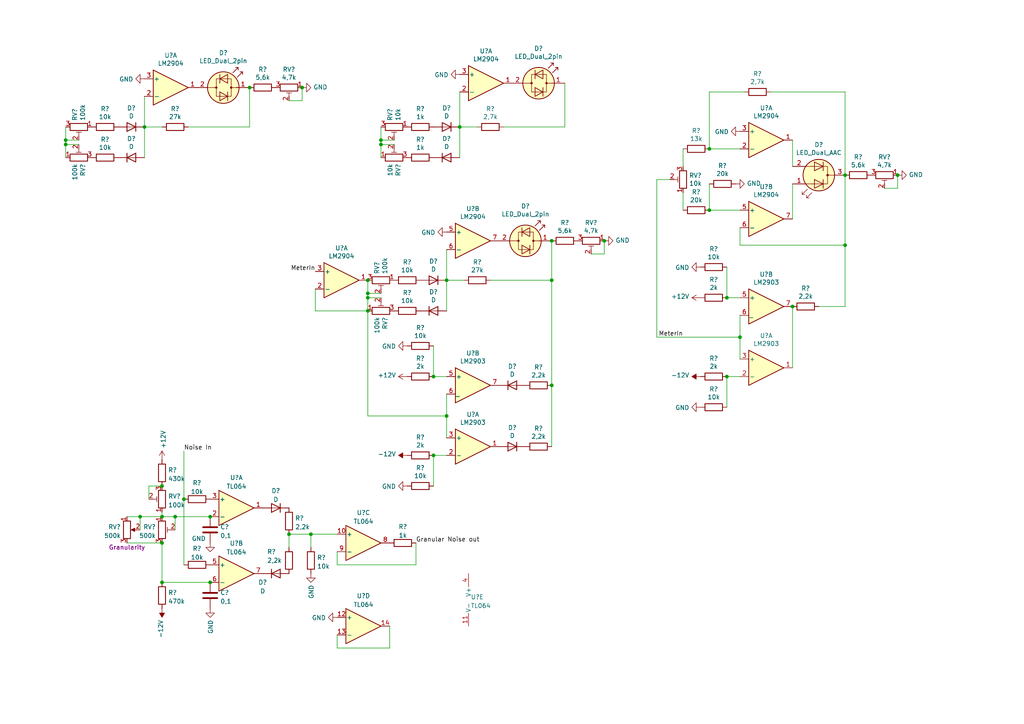
<source format=kicad_sch>
(kicad_sch (version 20211123) (generator eeschema)
  (paper "A4")
  (lib_symbols
    (symbol "Amplifier_Operational:LM2904" (pin_names (offset 0.127))
      (property "Reference" "U" (at 0 5.08 0))
      (property "Value" "LM2904" (at 0 -5.08 0))
      (symbol "LM2904_1_1"
        (polyline (pts (xy -5.08 5.08) (xy 5.08 0) (xy -5.08 -5.08) (xy -5.08 5.08)) (stroke (width 0.254)) (fill (type background)))
        (pin output line (at 7.62 0 180) (length 2.54) (name "~") (number "1"))
        (pin input line (at -7.62 -2.54 0) (length 2.54) (name "-") (number "2"))
        (pin input line (at -7.62 2.54 0) (length 2.54) (name "+") (number "3"))
      )
      (symbol "LM2904_2_1"
        (polyline (pts (xy -5.08 5.08) (xy 5.08 0) (xy -5.08 -5.08) (xy -5.08 5.08)) (stroke (width 0.254)) (fill (type background)))
        (pin input line (at -7.62 2.54 0) (length 2.54) (name "+") (number "5"))
        (pin input line (at -7.62 -2.54 0) (length 2.54) (name "-") (number "6"))
        (pin output line (at 7.62 0 180) (length 2.54) (name "~") (number "7"))
      )
      (symbol "LM2904_3_1"
        (pin power_in line (at -2.54 -7.62 90) (length 3.81) (name "V-") (number "4"))
        (pin power_in line (at -2.54 7.62 270) (length 3.81) (name "V+") (number "8"))
      )
    )
    (symbol "Amplifier_Operational:TL064" (pin_names (offset 0.127))
      (property "Reference" "U" (at 0 5.08 0))
      (property "Value" "TL064" (at 0 -5.08 0))
      (symbol "TL064_1_1"
        (polyline (pts (xy -5.08 5.08) (xy 5.08 0) (xy -5.08 -5.08) (xy -5.08 5.08)) (stroke (width 0.254)) (fill (type background)))
        (pin output line (at 7.62 0 180) (length 2.54) (name "~") (number "1"))
        (pin input line (at -7.62 -2.54 0) (length 2.54) (name "-") (number "2"))
        (pin input line (at -7.62 2.54 0) (length 2.54) (name "+") (number "3"))
      )
      (symbol "TL064_2_1"
        (polyline (pts (xy -5.08 5.08) (xy 5.08 0) (xy -5.08 -5.08) (xy -5.08 5.08)) (stroke (width 0.254)) (fill (type background)))
        (pin input line (at -7.62 2.54 0) (length 2.54) (name "+") (number "5"))
        (pin input line (at -7.62 -2.54 0) (length 2.54) (name "-") (number "6"))
        (pin output line (at 7.62 0 180) (length 2.54) (name "~") (number "7"))
      )
      (symbol "TL064_3_1"
        (polyline (pts (xy -5.08 5.08) (xy 5.08 0) (xy -5.08 -5.08) (xy -5.08 5.08)) (stroke (width 0.254)) (fill (type background)))
        (pin input line (at -7.62 2.54 0) (length 2.54) (name "+") (number "10"))
        (pin output line (at 7.62 0 180) (length 2.54) (name "~") (number "8"))
        (pin input line (at -7.62 -2.54 0) (length 2.54) (name "-") (number "9"))
      )
      (symbol "TL064_4_1"
        (polyline (pts (xy -5.08 5.08) (xy 5.08 0) (xy -5.08 -5.08) (xy -5.08 5.08)) (stroke (width 0.254)) (fill (type background)))
        (pin input line (at -7.62 2.54 0) (length 2.54) (name "+") (number "12"))
        (pin input line (at -7.62 -2.54 0) (length 2.54) (name "-") (number "13"))
        (pin output line (at 7.62 0 180) (length 2.54) (name "~") (number "14"))
      )
      (symbol "TL064_5_1"
        (pin power_in line (at -2.54 -7.62 90) (length 3.81) (name "V-") (number "11"))
        (pin power_in line (at -2.54 7.62 270) (length 3.81) (name "V+") (number "4"))
      )
    )
    (symbol "Device:C" (pin_numbers hide) (pin_names (offset 0.254))
      (property "Reference" "C" (at 0.635 2.54 0))
      (property "Value" "C" (at 0.635 -2.54 0))
      (symbol "C_0_1"
        (polyline (pts (xy -2.032 -0.762) (xy 2.032 -0.762)) (stroke (width 0.508)))
        (polyline (pts (xy -2.032 0.762) (xy 2.032 0.762)) (stroke (width 0.508)))
      )
      (symbol "C_1_1"
        (pin passive line (at 0 3.81 270) (length 2.794) (name "~") (number "1"))
        (pin passive line (at 0 -3.81 90) (length 2.794) (name "~") (number "2"))
      )
    )
    (symbol "Device:D" (pin_numbers hide) (pin_names (offset 1.016) hide)
      (property "Reference" "D" (at 0 2.54 0))
      (property "Value" "D" (at 0 -2.54 0))
      (symbol "D_0_1"
        (polyline (pts (xy -1.27 1.27) (xy -1.27 -1.27)) (stroke (width 0.254)))
        (polyline (pts (xy 1.27 0) (xy -1.27 0)))
        (polyline (pts (xy 1.27 1.27) (xy 1.27 -1.27) (xy -1.27 0) (xy 1.27 1.27)) (stroke (width 0.254)))
      )
      (symbol "D_1_1"
        (pin passive line (at -3.81 0 0) (length 2.54) (name "K") (number "1"))
        (pin passive line (at 3.81 0 180) (length 2.54) (name "A") (number "2"))
      )
    )
    (symbol "Device:R" (pin_numbers hide) (pin_names (offset 0))
      (property "Reference" "R" (at 2.032 0 90))
      (property "Value" "R" (at 0 0 90))
      (symbol "R_0_1"
        (rectangle (start -1.016 -2.54) (end 1.016 2.54) (stroke (width 0.254)))
      )
      (symbol "R_1_1"
        (pin passive line (at 0 3.81 270) (length 1.27) (name "~") (number "1"))
        (pin passive line (at 0 -3.81 90) (length 1.27) (name "~") (number "2"))
      )
    )
    (symbol "Device:R_Potentiometer" (pin_names (offset 1.016) hide)
      (property "Reference" "RV" (at -4.445 0 90))
      (property "Value" "R_Potentiometer" (at -2.54 0 90))
      (symbol "R_Potentiometer_0_1"
        (polyline (pts (xy 2.54 0) (xy 1.524 0)))
        (polyline (pts (xy 1.143 0) (xy 2.286 0.508) (xy 2.286 -0.508) (xy 1.143 0)) (fill (type outline)))
        (rectangle (start 1.016 2.54) (end -1.016 -2.54) (stroke (width 0.254)))
      )
      (symbol "R_Potentiometer_1_1"
        (pin passive line (at 0 3.81 270) (length 1.27) (name "1") (number "1"))
        (pin passive line (at 3.81 0 180) (length 1.27) (name "2") (number "2"))
        (pin passive line (at 0 -3.81 90) (length 1.27) (name "3") (number "3"))
      )
    )
    (symbol "dz_Modular_Bits-rescue:LED_Dual_2pin-Device" (pin_names (offset 0) hide)
      (property "Reference" "D" (at 0 5.715 0))
      (property "Value" "LED_Dual_2pin-Device" (at 0 -6.35 0))
      (symbol "LED_Dual_2pin-Device_0_1"
        (circle (center -2.032 0) (radius 0.254) (fill (type outline)))
        (polyline (pts (xy -4.572 0) (xy -2.54 0)))
        (polyline (pts (xy -2.032 0) (xy -2.54 0)))
        (polyline (pts (xy -1.016 3.81) (xy -1.016 1.27)) (stroke (width 0.2032)))
        (polyline (pts (xy 1.27 -1.27) (xy 1.27 -3.81)) (stroke (width 0.2032)))
        (polyline (pts (xy 4.064 0) (xy 2.286 0)) (fill (type outline)))
        (polyline (pts (xy 4.318 5.842) (xy 4.318 5.08)) (stroke (width 0.2032)))
        (polyline (pts (xy 5.588 4.572) (xy 5.588 3.81)) (stroke (width 0.2032)))
        (polyline (pts (xy 2.794 4.318) (xy 4.318 5.842) (xy 3.556 5.842)) (stroke (width 0.2032)))
        (polyline (pts (xy 4.064 3.048) (xy 5.588 4.572) (xy 4.826 4.572)) (stroke (width 0.2032)))
        (polyline (pts (xy -1.016 -1.27) (xy -1.016 -3.81) (xy 1.27 -2.54) (xy -1.016 -1.27)) (stroke (width 0.2032)))
        (polyline (pts (xy 1.27 3.81) (xy 1.27 1.27) (xy -1.016 2.54) (xy 1.27 3.81)) (stroke (width 0.2032)))
        (polyline (pts (xy 2.286 2.54) (xy -2.032 2.54) (xy -2.032 -2.54) (xy 2.286 -2.54) (xy 2.286 2.54)))
        (circle (center 0 0) (radius 4.572) (stroke (width 0.254)) (fill (type background)))
        (circle (center 2.286 0) (radius 0.254) (fill (type outline)))
      )
      (symbol "LED_Dual_2pin-Device_1_1"
        (pin input line (at 7.62 0 180) (length 3.81) (name "KA") (number "1"))
        (pin input line (at -7.62 0 0) (length 3.048) (name "AK") (number "2"))
      )
    )
    (symbol "dz_Modular_Bits-rescue:LED_Dual_AAC-Device" (pin_names (offset 0) hide)
      (property "Reference" "D" (at 0 5.715 0))
      (property "Value" "LED_Dual_AAC-Device" (at 0 -6.35 0))
      (symbol "LED_Dual_AAC-Device_0_1"
        (circle (center -2.54 0) (radius 0.2794) (fill (type outline)))
        (polyline (pts (xy -4.572 0) (xy -2.54 0)))
        (polyline (pts (xy -1.27 -1.27) (xy -1.27 -3.81)) (stroke (width 0.2032)))
        (polyline (pts (xy -1.27 1.27) (xy -1.27 3.81)) (stroke (width 0.2032)))
        (polyline (pts (xy 3.81 -2.54) (xy 1.905 -2.54)))
        (polyline (pts (xy 3.81 2.54) (xy 1.905 2.54)))
        (polyline (pts (xy 1.27 -3.81) (xy 1.27 -1.27) (xy -1.27 -2.54) (xy 1.27 -3.81)) (stroke (width 0.2032)))
        (polyline (pts (xy 1.27 1.27) (xy 1.27 3.81) (xy -1.27 2.54) (xy 1.27 1.27)) (stroke (width 0.2032)))
        (polyline (pts (xy 2.032 2.54) (xy -2.54 2.54) (xy -2.54 -2.54) (xy 2.032 -2.54)))
        (polyline (pts (xy 2.032 5.08) (xy 3.556 6.604) (xy 2.794 6.604) (xy 3.556 6.604) (xy 3.556 5.842)))
        (polyline (pts (xy 3.302 4.064) (xy 4.826 5.588) (xy 4.064 5.588) (xy 4.826 5.588) (xy 4.826 4.826)))
        (circle (center 0 0) (radius 4.572) (stroke (width 0.254)) (fill (type background)))
      )
      (symbol "LED_Dual_AAC-Device_1_1"
        (pin input line (at 7.62 2.54 180) (length 3.81) (name "A1") (number "1"))
        (pin input line (at 7.62 -2.54 180) (length 3.81) (name "A2") (number "2"))
        (pin input line (at -7.62 0 0) (length 3.048) (name "K") (number "3"))
      )
    )
    (symbol "dz_Modular_Bits-rescue:LM2903-Comparator" (pin_names (offset 0.127))
      (property "Reference" "U" (at 3.81 3.81 0))
      (property "Value" "LM2903-Comparator" (at 6.35 -3.81 0))
      (symbol "LM2903-Comparator_1_1"
        (polyline (pts (xy -5.08 5.08) (xy 5.08 0) (xy -5.08 -5.08) (xy -5.08 5.08)) (stroke (width 0.254)) (fill (type background)))
        (pin open_collector line (at 7.62 0 180) (length 2.54) (name "~") (number "1"))
        (pin input line (at -7.62 -2.54 0) (length 2.54) (name "-") (number "2"))
        (pin input line (at -7.62 2.54 0) (length 2.54) (name "+") (number "3"))
      )
      (symbol "LM2903-Comparator_2_1"
        (polyline (pts (xy -5.08 5.08) (xy 5.08 0) (xy -5.08 -5.08) (xy -5.08 5.08)) (stroke (width 0.254)) (fill (type background)))
        (pin input line (at -7.62 2.54 0) (length 2.54) (name "+") (number "5"))
        (pin input line (at -7.62 -2.54 0) (length 2.54) (name "_") (number "6"))
        (pin open_collector line (at 7.62 0 180) (length 2.54) (name "~") (number "7"))
      )
      (symbol "LM2903-Comparator_3_1"
        (pin power_in line (at -2.54 -7.62 90) (length 3.81) (name "V-") (number "4"))
        (pin power_in line (at -2.54 7.62 270) (length 3.81) (name "V+") (number "8"))
      )
    )
    (symbol "dz_Modular_Bits-rescue:R_POT_TRIM-Device" (pin_names (offset 1.016) hide)
      (property "Reference" "RV" (at -4.445 0 90))
      (property "Value" "R_POT_TRIM-Device" (at -2.54 0 90))
      (symbol "R_POT_TRIM-Device_0_1"
        (polyline (pts (xy 1.524 0.762) (xy 1.524 -0.762)))
        (polyline (pts (xy 2.54 0) (xy 1.524 0)))
        (rectangle (start 1.016 2.54) (end -1.016 -2.54) (stroke (width 0.254)))
      )
      (symbol "R_POT_TRIM-Device_1_1"
        (pin passive line (at 0 3.81 270) (length 1.27) (name "1") (number "1"))
        (pin passive line (at 3.81 0 180) (length 1.27) (name "2") (number "2"))
        (pin passive line (at 0 -3.81 90) (length 1.27) (name "3") (number "3"))
      )
    )
    (symbol "power:+12V" (power) (pin_names (offset 0))
      (property "Value" "+12V" (at 0 3.556 0))
      (symbol "+12V_0_1"
        (polyline (pts (xy -0.762 1.27) (xy 0 2.54)))
        (polyline (pts (xy 0 0) (xy 0 2.54)))
        (polyline (pts (xy 0 2.54) (xy 0.762 1.27)))
      )
      (symbol "+12V_1_1"
        (pin power_in line (at 0 0 90) (length 0) hide (name "+12V") (number "1"))
      )
    )
    (symbol "power:-12V" (power) (pin_names (offset 0))
      (property "Value" "-12V" (at 0 3.81 0))
      (symbol "-12V_0_0"
        (pin power_in line (at 0 0 90) (length 0) hide (name "-12V") (number "1"))
      )
      (symbol "-12V_0_1"
        (polyline (pts (xy 0 0) (xy 0 1.27) (xy 0.762 1.27) (xy 0 2.54) (xy -0.762 1.27) (xy 0 1.27)) (fill (type outline)))
      )
    )
    (symbol "power:GND" (power) (pin_names (offset 0))
      (property "Value" "GND" (at 0 -3.81 0))
      (symbol "GND_0_1"
        (polyline (pts (xy 0 0) (xy 0 -1.27) (xy 1.27 -1.27) (xy 0 -2.54) (xy -1.27 -1.27) (xy 0 -1.27)))
      )
      (symbol "GND_1_1"
        (pin power_in line (at 0 0 270) (length 0) hide (name "GND") (number "1"))
      )
    )
  )
  (junction (at 106.68 86.36))
  (junction (at 160.02 81.28))
  (junction (at 46.99 157.48))
  (junction (at 46.99 140.97))
  (junction (at 46.99 168.91))
  (junction (at 210.82 86.36))
  (junction (at 106.68 90.17))
  (junction (at 229.87 88.9))
  (junction (at 260.35 50.8))
  (junction (at 129.54 120.65))
  (junction (at 90.17 154.94))
  (junction (at 125.73 132.08))
  (junction (at 60.96 149.86))
  (junction (at 106.68 85.09))
  (junction (at 46.99 149.86))
  (junction (at 160.02 69.85))
  (junction (at 125.73 109.22))
  (junction (at 133.35 36.83))
  (junction (at 19.05 41.91))
  (junction (at 41.91 36.83))
  (junction (at 60.96 168.91))
  (junction (at 110.49 41.91))
  (junction (at 160.02 111.76))
  (junction (at 129.54 81.28))
  (junction (at 205.74 43.18))
  (junction (at 72.39 25.4))
  (junction (at 87.63 25.4))
  (junction (at 214.63 97.79))
  (junction (at 245.11 71.12))
  (junction (at 19.05 40.64))
  (junction (at 83.82 154.94))
  (junction (at 106.68 81.28))
  (junction (at 40.64 149.86))
  (junction (at 110.49 40.64))
  (junction (at 50.8 149.86))
  (junction (at 210.82 109.22))
  (junction (at 205.74 60.96))
  (junction (at 245.11 50.8))
  (junction (at 53.34 144.78))
  (junction (at 175.26 69.85))
  (wire (pts (xy 41.91 36.83) (xy 41.91 45.72)))
  (wire (pts (xy 43.18 144.78) (xy 43.18 140.97)))
  (wire (pts (xy 198.12 48.26) (xy 198.12 43.18)))
  (wire (pts (xy 19.05 40.64) (xy 19.05 41.91)))
  (wire (pts (xy 22.86 40.64) (xy 19.05 40.64)))
  (wire (pts (xy 194.31 52.07) (xy 190.5 52.07)))
  (wire (pts (xy 106.68 85.09) (xy 106.68 86.36)))
  (wire (pts (xy 87.63 25.4) (xy 87.63 29.21)))
  (wire (pts (xy 22.86 41.91) (xy 19.05 41.91)))
  (wire (pts (xy 90.17 154.94) (xy 90.17 158.75)))
  (wire (pts (xy 125.73 132.08) (xy 125.73 140.97)))
  (wire (pts (xy 97.79 160.02) (xy 97.79 163.83)))
  (wire (pts (xy 214.63 91.44) (xy 214.63 97.79)))
  (wire (pts (xy 245.11 71.12) (xy 245.11 88.9)))
  (wire (pts (xy 245.11 26.67) (xy 245.11 50.8)))
  (wire (pts (xy 54.61 36.83) (xy 72.39 36.83)))
  (wire (pts (xy 113.03 187.96) (xy 113.03 181.61)))
  (wire (pts (xy 160.02 81.28) (xy 160.02 111.76)))
  (wire (pts (xy 205.74 26.67) (xy 205.74 43.18)))
  (wire (pts (xy 106.68 120.65) (xy 129.54 120.65)))
  (wire (pts (xy 214.63 66.04) (xy 214.63 71.12)))
  (wire (pts (xy 19.05 36.83) (xy 19.05 40.64)))
  (wire (pts (xy 46.99 168.91) (xy 60.96 168.91)))
  (wire (pts (xy 129.54 132.08) (xy 125.73 132.08)))
  (wire (pts (xy 190.5 52.07) (xy 190.5 97.79)))
  (wire (pts (xy 229.87 53.34) (xy 229.87 63.5)))
  (wire (pts (xy 129.54 109.22) (xy 125.73 109.22)))
  (wire (pts (xy 43.18 140.97) (xy 46.99 140.97)))
  (wire (pts (xy 91.44 90.17) (xy 106.68 90.17)))
  (wire (pts (xy 36.83 157.48) (xy 46.99 157.48)))
  (wire (pts (xy 50.8 149.86) (xy 60.96 149.86)))
  (wire (pts (xy 210.82 77.47) (xy 210.82 86.36)))
  (wire (pts (xy 129.54 114.3) (xy 129.54 120.65)))
  (wire (pts (xy 41.91 27.94) (xy 41.91 36.83)))
  (wire (pts (xy 114.3 40.64) (xy 110.49 40.64)))
  (wire (pts (xy 97.79 187.96) (xy 113.03 187.96)))
  (wire (pts (xy 97.79 184.15) (xy 97.79 187.96)))
  (wire (pts (xy 175.26 69.85) (xy 175.26 73.66)))
  (wire (pts (xy 175.26 73.66) (xy 171.45 73.66)))
  (wire (pts (xy 245.11 88.9) (xy 237.49 88.9)))
  (wire (pts (xy 53.34 130.81) (xy 53.34 144.78)))
  (wire (pts (xy 50.8 149.86) (xy 50.8 153.67)))
  (wire (pts (xy 260.35 50.8) (xy 260.35 54.61)))
  (wire (pts (xy 245.11 71.12) (xy 245.11 50.8)))
  (wire (pts (xy 138.43 36.83) (xy 133.35 36.83)))
  (wire (pts (xy 83.82 154.94) (xy 83.82 158.75)))
  (wire (pts (xy 125.73 100.33) (xy 125.73 109.22)))
  (wire (pts (xy 110.49 41.91) (xy 110.49 40.64)))
  (wire (pts (xy 97.79 163.83) (xy 120.65 163.83)))
  (wire (pts (xy 215.9 26.67) (xy 205.74 26.67)))
  (wire (pts (xy 133.35 26.67) (xy 133.35 36.83)))
  (wire (pts (xy 134.62 81.28) (xy 129.54 81.28)))
  (wire (pts (xy 214.63 86.36) (xy 210.82 86.36)))
  (wire (pts (xy 83.82 154.94) (xy 90.17 154.94)))
  (wire (pts (xy 129.54 120.65) (xy 129.54 127)))
  (wire (pts (xy 40.64 149.86) (xy 46.99 149.86)))
  (wire (pts (xy 205.74 53.34) (xy 205.74 60.96)))
  (wire (pts (xy 205.74 60.96) (xy 214.63 60.96)))
  (wire (pts (xy 214.63 109.22) (xy 210.82 109.22)))
  (wire (pts (xy 110.49 45.72) (xy 110.49 41.91)))
  (wire (pts (xy 229.87 88.9) (xy 229.87 106.68)))
  (wire (pts (xy 120.65 163.83) (xy 120.65 157.48)))
  (wire (pts (xy 91.44 83.82) (xy 91.44 90.17)))
  (wire (pts (xy 46.99 149.86) (xy 50.8 149.86)))
  (wire (pts (xy 223.52 26.67) (xy 245.11 26.67)))
  (wire (pts (xy 210.82 109.22) (xy 210.82 118.11)))
  (wire (pts (xy 129.54 81.28) (xy 129.54 90.17)))
  (wire (pts (xy 19.05 41.91) (xy 19.05 45.72)))
  (wire (pts (xy 198.12 55.88) (xy 198.12 60.96)))
  (wire (pts (xy 90.17 154.94) (xy 97.79 154.94)))
  (wire (pts (xy 214.63 71.12) (xy 245.11 71.12)))
  (wire (pts (xy 110.49 85.09) (xy 106.68 85.09)))
  (wire (pts (xy 46.99 157.48) (xy 46.99 168.91)))
  (wire (pts (xy 129.54 72.39) (xy 129.54 81.28)))
  (wire (pts (xy 46.99 36.83) (xy 41.91 36.83)))
  (wire (pts (xy 190.5 97.79) (xy 214.63 97.79)))
  (wire (pts (xy 214.63 97.79) (xy 214.63 104.14)))
  (wire (pts (xy 46.99 148.59) (xy 46.99 149.86)))
  (wire (pts (xy 114.3 41.91) (xy 110.49 41.91)))
  (wire (pts (xy 110.49 86.36) (xy 106.68 86.36)))
  (wire (pts (xy 133.35 36.83) (xy 133.35 45.72)))
  (wire (pts (xy 110.49 40.64) (xy 110.49 36.83)))
  (wire (pts (xy 40.64 149.86) (xy 40.64 153.67)))
  (wire (pts (xy 163.83 36.83) (xy 163.83 24.13)))
  (wire (pts (xy 53.34 144.78) (xy 53.34 163.83)))
  (wire (pts (xy 72.39 36.83) (xy 72.39 25.4)))
  (wire (pts (xy 142.24 81.28) (xy 160.02 81.28)))
  (wire (pts (xy 106.68 90.17) (xy 106.68 120.65)))
  (wire (pts (xy 106.68 81.28) (xy 106.68 85.09)))
  (wire (pts (xy 160.02 129.54) (xy 160.02 111.76)))
  (wire (pts (xy 106.68 86.36) (xy 106.68 90.17)))
  (wire (pts (xy 87.63 29.21) (xy 83.82 29.21)))
  (wire (pts (xy 146.05 36.83) (xy 163.83 36.83)))
  (wire (pts (xy 160.02 81.28) (xy 160.02 69.85)))
  (wire (pts (xy 205.74 43.18) (xy 214.63 43.18)))
  (wire (pts (xy 229.87 40.64) (xy 229.87 48.26)))
  (wire (pts (xy 36.83 149.86) (xy 40.64 149.86)))
  (wire (pts (xy 260.35 54.61) (xy 256.54 54.61)))
  (label "Granular Noise out" (at 120.65 157.48 0))
  (label "Noise In" (at 53.34 130.81 0))
  (label "MeterIn" (at 198.12 97.79 180))
  (label "MeterIn" (at 91.44 78.74 180))
  (symbol (lib_id "dz_Modular_Bits-rescue:LED_Dual_2pin-Device") (at 152.4 69.85 0) (unit 1)
    (property "Reference" "D?" (at 152.4 59.7916 0))
    (property "Value" "LED_Dual_2pin" (at 152.4 62.103 0))
  )
  (symbol (lib_id "power:GND") (at 129.54 67.31 270) (unit 1)
    (property "Reference" "#PWR?" (effects hide))
    (property "Value" "GND" (at 126.2888 67.437 90) (effects (justify right)))
  )
  (symbol (lib_id "Device:R") (at 118.11 81.28 270) (unit 1)
    (property "Reference" "R?" (at 118.11 76.0222 90))
    (property "Value" "10k" (at 118.11 78.3336 90))
  )
  (symbol (lib_id "Device:R") (at 118.11 90.17 270) (unit 1)
    (property "Reference" "R?" (at 118.11 84.9122 90))
    (property "Value" "10k" (at 118.11 87.2236 90))
  )
  (symbol (lib_id "Device:D") (at 125.73 81.28 180) (unit 1)
    (property "Reference" "D?" (at 125.73 75.7936 0))
    (property "Value" "D" (at 125.73 78.105 0))
  )
  (symbol (lib_id "Device:D") (at 125.73 90.17 0) (unit 1)
    (property "Reference" "D?" (at 125.73 84.6836 0))
    (property "Value" "D" (at 125.73 86.995 0))
  )
  (symbol (lib_id "dz_Modular_Bits-rescue:R_POT_TRIM-Device") (at 110.49 90.17 90) (unit 1)
    (property "Reference" "RV?" (at 111.6584 91.9226 0) (effects (justify right)))
    (property "Value" "100k" (at 109.347 91.9226 0) (effects (justify right)))
  )
  (symbol (lib_id "dz_Modular_Bits-rescue:R_POT_TRIM-Device") (at 110.49 81.28 270) (unit 1)
    (property "Reference" "RV?" (at 109.3216 79.5274 0) (effects (justify right)))
    (property "Value" "100k" (at 111.633 79.5274 0) (effects (justify right)))
  )
  (symbol (lib_id "Device:R") (at 163.83 69.85 270) (unit 1)
    (property "Reference" "R?" (at 163.83 64.5922 90))
    (property "Value" "5,6k" (at 163.83 66.9036 90))
  )
  (symbol (lib_id "dz_Modular_Bits-rescue:R_POT_TRIM-Device") (at 171.45 69.85 270) (unit 1)
    (property "Reference" "RV?" (at 171.45 64.5922 90))
    (property "Value" "4,7k" (at 171.45 66.9036 90))
  )
  (symbol (lib_id "power:GND") (at 175.26 69.85 90) (unit 1)
    (property "Reference" "#PWR?" (effects hide))
    (property "Value" "GND" (at 178.5112 69.723 90) (effects (justify right)))
  )
  (symbol (lib_id "Device:R") (at 138.43 81.28 270) (unit 1)
    (property "Reference" "R?" (at 138.43 76.0222 90))
    (property "Value" "27k" (at 138.43 78.3336 90))
  )
  (symbol (lib_id "Amplifier_Operational:LM2904") (at 140.97 24.13 0) (unit 1)
    (property "Reference" "U?" (at 140.97 14.8082 0))
    (property "Value" "LM2904" (at 140.97 17.1196 0))
    (property "Datasheet" "http://www.ti.com/lit/ds/symlink/lm358.pdf" (effects hide))
  )
  (symbol (lib_id "dz_Modular_Bits-rescue:LED_Dual_2pin-Device") (at 156.21 24.13 0) (unit 1)
    (property "Reference" "D?" (at 156.21 14.0716 0))
    (property "Value" "LED_Dual_2pin" (at 156.21 16.383 0))
  )
  (symbol (lib_id "Device:R") (at 142.24 36.83 270) (unit 1)
    (property "Reference" "R?" (at 142.24 31.5722 90))
    (property "Value" "2,7k" (at 142.24 33.8836 90))
  )
  (symbol (lib_id "Device:D") (at 129.54 36.83 180) (unit 1)
    (property "Reference" "D?" (at 129.54 31.3436 0))
    (property "Value" "D" (at 129.54 33.655 0))
  )
  (symbol (lib_id "Device:D") (at 129.54 45.72 0) (unit 1)
    (property "Reference" "D?" (at 129.54 40.2336 0))
    (property "Value" "D" (at 129.54 42.545 0))
  )
  (symbol (lib_id "Device:R") (at 121.92 36.83 270) (unit 1)
    (property "Reference" "R?" (at 121.92 31.5722 90))
    (property "Value" "1k" (at 121.92 33.8836 90))
  )
  (symbol (lib_id "Device:R") (at 121.92 45.72 270) (unit 1)
    (property "Reference" "R?" (at 121.92 40.4622 90))
    (property "Value" "1k" (at 121.92 42.7736 90))
  )
  (symbol (lib_id "dz_Modular_Bits-rescue:R_POT_TRIM-Device") (at 114.3 45.72 90) (unit 1)
    (property "Reference" "RV?" (at 115.4684 47.4726 0) (effects (justify right)))
    (property "Value" "10k" (at 113.157 47.4726 0) (effects (justify right)))
  )
  (symbol (lib_id "dz_Modular_Bits-rescue:R_POT_TRIM-Device") (at 114.3 36.83 270) (unit 1)
    (property "Reference" "RV?" (at 113.1316 35.0774 0) (effects (justify right)))
    (property "Value" "10k" (at 115.443 35.0774 0) (effects (justify right)))
  )
  (symbol (lib_id "power:GND") (at 133.35 21.59 270) (unit 1)
    (property "Reference" "#PWR?" (effects hide))
    (property "Value" "GND" (at 130.0988 21.717 90) (effects (justify right)))
  )
  (symbol (lib_id "Amplifier_Operational:LM2904") (at 49.53 25.4 0) (unit 1)
    (property "Reference" "U?" (at 49.53 16.0782 0))
    (property "Value" "LM2904" (at 49.53 18.3896 0))
    (property "Datasheet" "http://www.ti.com/lit/ds/symlink/lm358.pdf" (effects hide))
  )
  (symbol (lib_id "dz_Modular_Bits-rescue:LED_Dual_2pin-Device") (at 64.77 25.4 0) (unit 1)
    (property "Reference" "D?" (at 64.77 15.3416 0))
    (property "Value" "LED_Dual_2pin" (at 64.77 17.653 0))
  )
  (symbol (lib_id "power:GND") (at 41.91 22.86 270) (unit 1)
    (property "Reference" "#PWR?" (effects hide))
    (property "Value" "GND" (at 38.6588 22.987 90) (effects (justify right)))
  )
  (symbol (lib_id "Device:R") (at 30.48 36.83 270) (unit 1)
    (property "Reference" "R?" (at 30.48 31.5722 90))
    (property "Value" "10k" (at 30.48 33.8836 90))
  )
  (symbol (lib_id "Device:R") (at 30.48 45.72 270) (unit 1)
    (property "Reference" "R?" (at 30.48 40.4622 90))
    (property "Value" "10k" (at 30.48 42.7736 90))
  )
  (symbol (lib_id "Device:D") (at 38.1 36.83 180) (unit 1)
    (property "Reference" "D?" (at 38.1 31.3436 0))
    (property "Value" "D" (at 38.1 33.655 0))
  )
  (symbol (lib_id "Device:D") (at 38.1 45.72 0) (unit 1)
    (property "Reference" "D?" (at 38.1 40.2336 0))
    (property "Value" "D" (at 38.1 42.545 0))
  )
  (symbol (lib_id "dz_Modular_Bits-rescue:R_POT_TRIM-Device") (at 22.86 45.72 90) (unit 1)
    (property "Reference" "RV?" (at 24.0284 47.4726 0) (effects (justify right)))
    (property "Value" "100k" (at 21.717 47.4726 0) (effects (justify right)))
  )
  (symbol (lib_id "dz_Modular_Bits-rescue:R_POT_TRIM-Device") (at 22.86 36.83 270) (unit 1)
    (property "Reference" "RV?" (at 21.6916 35.0774 0) (effects (justify right)))
    (property "Value" "100k" (at 24.003 35.0774 0) (effects (justify right)))
  )
  (symbol (lib_id "Device:R") (at 76.2 25.4 270) (unit 1)
    (property "Reference" "R?" (at 76.2 20.1422 90))
    (property "Value" "5,6k" (at 76.2 22.4536 90))
  )
  (symbol (lib_id "dz_Modular_Bits-rescue:R_POT_TRIM-Device") (at 83.82 25.4 270) (unit 1)
    (property "Reference" "RV?" (at 83.82 20.1422 90))
    (property "Value" "4,7k" (at 83.82 22.4536 90))
  )
  (symbol (lib_id "power:GND") (at 87.63 25.4 90) (unit 1)
    (property "Reference" "#PWR?" (effects hide))
    (property "Value" "GND" (at 90.8812 25.273 90) (effects (justify right)))
  )
  (symbol (lib_id "Device:R") (at 50.8 36.83 270) (unit 1)
    (property "Reference" "R?" (at 50.8 31.5722 90))
    (property "Value" "27k" (at 50.8 33.8836 90))
  )
  (symbol (lib_id "dz_Modular_Bits-rescue:LM2903-Comparator") (at 137.16 111.76 0) (unit 2)
    (property "Reference" "U?" (at 137.16 102.4382 0))
    (property "Value" "LM2903" (at 137.16 104.7496 0))
    (property "Datasheet" "http://www.ti.com/lit/ds/symlink/lm393-n.pdf" (effects hide))
  )
  (symbol (lib_id "dz_Modular_Bits-rescue:LM2903-Comparator") (at 137.16 129.54 0) (unit 1)
    (property "Reference" "U?" (at 137.16 120.2182 0))
    (property "Value" "LM2903" (at 137.16 122.5296 0))
    (property "Datasheet" "http://www.ti.com/lit/ds/symlink/lm393-n.pdf" (effects hide))
  )
  (symbol (lib_id "Device:R") (at 156.21 111.76 270) (unit 1)
    (property "Reference" "R?" (at 156.21 106.5022 90))
    (property "Value" "2,2k" (at 156.21 108.8136 90))
  )
  (symbol (lib_id "Device:R") (at 121.92 109.22 270) (unit 1)
    (property "Reference" "R?" (at 121.92 103.9622 90))
    (property "Value" "2k" (at 121.92 106.2736 90))
  )
  (symbol (lib_id "Device:R") (at 121.92 132.08 270) (unit 1)
    (property "Reference" "R?" (at 121.92 126.8222 90))
    (property "Value" "2k" (at 121.92 129.1336 90))
  )
  (symbol (lib_id "Device:R") (at 121.92 100.33 270) (unit 1)
    (property "Reference" "R?" (at 121.92 95.0722 90))
    (property "Value" "10k" (at 121.92 97.3836 90))
  )
  (symbol (lib_id "Device:R") (at 121.92 140.97 270) (unit 1)
    (property "Reference" "R?" (at 121.92 135.7122 90))
    (property "Value" "10k" (at 121.92 138.0236 90))
  )
  (symbol (lib_id "power:GND") (at 118.11 100.33 270) (unit 1)
    (property "Reference" "#PWR?" (effects hide))
    (property "Value" "GND" (at 114.8588 100.457 90) (effects (justify right)))
  )
  (symbol (lib_id "power:GND") (at 118.11 140.97 270) (unit 1)
    (property "Reference" "#PWR?" (effects hide))
    (property "Value" "GND" (at 114.8588 141.097 90) (effects (justify right)))
  )
  (symbol (lib_id "power:+12V") (at 118.11 109.22 90) (unit 1)
    (property "Reference" "#PWR?" (effects hide))
    (property "Value" "+12V" (at 114.8588 108.839 90) (effects (justify left)))
  )
  (symbol (lib_id "power:-12V") (at 118.11 132.08 90) (unit 1)
    (property "Reference" "#PWR?" (effects hide))
    (property "Value" "-12V" (at 114.8588 131.699 90) (effects (justify left)))
  )
  (symbol (lib_id "Device:R") (at 156.21 129.54 270) (unit 1)
    (property "Reference" "R?" (at 156.21 124.2822 90))
    (property "Value" "2,2k" (at 156.21 126.5936 90))
  )
  (symbol (lib_id "Device:D") (at 148.59 111.76 0) (unit 1)
    (property "Reference" "D?" (at 148.59 106.2736 0))
    (property "Value" "D" (at 148.59 108.585 0))
  )
  (symbol (lib_id "Device:D") (at 148.59 129.54 180) (unit 1)
    (property "Reference" "D?" (at 148.59 124.0536 0))
    (property "Value" "D" (at 148.59 126.365 0))
  )
  (symbol (lib_id "Amplifier_Operational:LM2904") (at 99.06 81.28 0) (unit 1)
    (property "Reference" "U?" (at 99.06 71.9582 0))
    (property "Value" "LM2904" (at 99.06 74.2696 0))
    (property "Datasheet" "http://www.ti.com/lit/ds/symlink/lm358.pdf" (effects hide))
  )
  (symbol (lib_id "Amplifier_Operational:LM2904") (at 222.25 40.64 0) (unit 1)
    (property "Reference" "U?" (at 222.25 31.3182 0))
    (property "Value" "LM2904" (at 222.25 33.6296 0))
    (property "Datasheet" "http://www.ti.com/lit/ds/symlink/lm358.pdf" (effects hide))
  )
  (symbol (lib_id "Amplifier_Operational:LM2904") (at 222.25 63.5 0) (unit 2)
    (property "Reference" "U?" (at 222.25 54.1782 0))
    (property "Value" "LM2904" (at 222.25 56.4896 0))
    (property "Datasheet" "http://www.ti.com/lit/ds/symlink/lm358.pdf" (effects hide))
  )
  (symbol (lib_id "Amplifier_Operational:LM2904") (at 137.16 69.85 0) (unit 2)
    (property "Reference" "U?" (at 137.16 60.5282 0))
    (property "Value" "LM2904" (at 137.16 62.8396 0))
    (property "Datasheet" "http://www.ti.com/lit/ds/symlink/lm358.pdf" (effects hide))
  )
  (symbol (lib_id "dz_Modular_Bits-rescue:LED_Dual_AAC-Device") (at 237.49 50.8 180) (unit 1)
    (property "Reference" "D?" (at 237.49 41.9862 0))
    (property "Value" "LED_Dual_AAC" (at 237.49 44.2976 0))
  )
  (symbol (lib_id "Device:R") (at 248.92 50.8 270) (unit 1)
    (property "Reference" "R?" (at 248.92 45.5422 90))
    (property "Value" "5,6k" (at 248.92 47.8536 90))
  )
  (symbol (lib_id "power:GND") (at 214.63 38.1 270) (unit 1)
    (property "Reference" "#PWR?" (effects hide))
    (property "Value" "GND" (at 211.3788 38.227 90) (effects (justify right)))
  )
  (symbol (lib_id "Device:R") (at 219.71 26.67 270) (unit 1)
    (property "Reference" "R?" (at 219.71 21.4122 90))
    (property "Value" "2,7k" (at 219.71 23.7236 90))
  )
  (symbol (lib_id "dz_Modular_Bits-rescue:R_POT_TRIM-Device") (at 256.54 50.8 270) (unit 1)
    (property "Reference" "RV?" (at 256.54 45.5422 90))
    (property "Value" "4,7k" (at 256.54 47.8536 90))
  )
  (symbol (lib_id "power:GND") (at 260.35 50.8 90) (unit 1)
    (property "Reference" "#PWR?" (effects hide))
    (property "Value" "GND" (at 263.6012 50.673 90) (effects (justify right)))
  )
  (symbol (lib_id "Device:R") (at 201.93 43.18 270) (unit 1)
    (property "Reference" "R?" (at 201.93 37.9222 90))
    (property "Value" "13k" (at 201.93 40.2336 90))
  )
  (symbol (lib_id "Device:R") (at 201.93 60.96 270) (unit 1)
    (property "Reference" "R?" (at 201.93 55.7022 90))
    (property "Value" "20k" (at 201.93 58.0136 90))
  )
  (symbol (lib_id "Device:R") (at 209.55 53.34 270) (unit 1)
    (property "Reference" "R?" (at 209.55 48.0822 90))
    (property "Value" "20k" (at 209.55 50.3936 90))
  )
  (symbol (lib_id "power:GND") (at 213.36 53.34 90) (unit 1)
    (property "Reference" "#PWR?" (effects hide))
    (property "Value" "GND" (at 216.6112 53.213 90) (effects (justify right)))
  )
  (symbol (lib_id "dz_Modular_Bits-rescue:R_POT_TRIM-Device") (at 198.12 52.07 180) (unit 1)
    (property "Reference" "RV?" (at 199.8726 50.9016 0) (effects (justify right)))
    (property "Value" "10k" (at 199.8726 53.213 0) (effects (justify right)))
  )
  (symbol (lib_id "dz_Modular_Bits-rescue:LM2903-Comparator") (at 222.25 88.9 0) (unit 2)
    (property "Reference" "U?" (at 222.25 79.5782 0))
    (property "Value" "LM2903" (at 222.25 81.8896 0))
    (property "Datasheet" "http://www.ti.com/lit/ds/symlink/lm393-n.pdf" (effects hide))
  )
  (symbol (lib_id "dz_Modular_Bits-rescue:LM2903-Comparator") (at 222.25 106.68 0) (unit 1)
    (property "Reference" "U?" (at 222.25 97.3582 0))
    (property "Value" "LM2903" (at 222.25 99.6696 0))
    (property "Datasheet" "http://www.ti.com/lit/ds/symlink/lm393-n.pdf" (effects hide))
  )
  (symbol (lib_id "Device:R") (at 233.68 88.9 270) (unit 1)
    (property "Reference" "R?" (at 233.68 83.6422 90))
    (property "Value" "2,2k" (at 233.68 85.9536 90))
  )
  (symbol (lib_id "Device:R") (at 207.01 86.36 270) (unit 1)
    (property "Reference" "R?" (at 207.01 81.1022 90))
    (property "Value" "2k" (at 207.01 83.4136 90))
  )
  (symbol (lib_id "Device:R") (at 207.01 109.22 270) (unit 1)
    (property "Reference" "R?" (at 207.01 103.9622 90))
    (property "Value" "2k" (at 207.01 106.2736 90))
  )
  (symbol (lib_id "Device:R") (at 207.01 77.47 270) (unit 1)
    (property "Reference" "R?" (at 207.01 72.2122 90))
    (property "Value" "10k" (at 207.01 74.5236 90))
  )
  (symbol (lib_id "Device:R") (at 207.01 118.11 270) (unit 1)
    (property "Reference" "R?" (at 207.01 112.8522 90))
    (property "Value" "10k" (at 207.01 115.1636 90))
  )
  (symbol (lib_id "power:GND") (at 203.2 77.47 270) (unit 1)
    (property "Reference" "#PWR?" (effects hide))
    (property "Value" "GND" (at 199.9488 77.597 90) (effects (justify right)))
  )
  (symbol (lib_id "power:GND") (at 203.2 118.11 270) (unit 1)
    (property "Reference" "#PWR?" (effects hide))
    (property "Value" "GND" (at 199.9488 118.237 90) (effects (justify right)))
  )
  (symbol (lib_id "power:+12V") (at 203.2 86.36 90) (unit 1)
    (property "Reference" "#PWR?" (effects hide))
    (property "Value" "+12V" (at 199.9488 85.979 90) (effects (justify left)))
  )
  (symbol (lib_id "power:-12V") (at 203.2 109.22 90) (unit 1)
    (property "Reference" "#PWR?" (effects hide))
    (property "Value" "-12V" (at 199.9488 108.839 90) (effects (justify left)))
  )
  (symbol (lib_id "Device:D") (at 80.01 166.37 0) (unit 1)
    (property "Reference" "D?" (at 76.2 168.91 0))
    (property "Value" "D" (at 76.2 171.45 0))
  )
  (symbol (lib_id "Device:R") (at 46.99 137.16 180) (unit 1)
    (property "Reference" "R?" (at 48.768 136.3253 0) (effects (justify right)))
    (property "Value" "430k" (at 48.768 138.8622 0) (effects (justify right)))
  )
  (symbol (lib_id "Device:R_Potentiometer") (at 36.83 153.67 0) (unit 1)
    (property "Reference" "RV?" (at 35.0521 152.8353 0) (effects (justify right)))
    (property "Value" "500k" (at 35.0521 155.3722 0) (effects (justify right)))
    (property "Label" "Granularity" (at 36.83 158.75 0))
  )
  (symbol (lib_id "Device:R") (at 83.82 151.13 0) (unit 1)
    (property "Reference" "R?" (at 85.598 150.2953 0) (effects (justify left)))
    (property "Value" "2,2k" (at 85.598 152.8322 0) (effects (justify left)))
  )
  (symbol (lib_id "Device:R") (at 83.82 162.56 0) (unit 1)
    (property "Reference" "R?" (at 77.47 160.02 0) (effects (justify left)))
    (property "Value" "2,2k" (at 77.47 162.56 0) (effects (justify left)))
  )
  (symbol (lib_id "power:GND") (at 60.96 176.53 0) (unit 1)
    (property "Reference" "#PWR?" (effects hide))
    (property "Value" "GND" (at 61.087 179.7812 90) (effects (justify right)))
  )
  (symbol (lib_id "Device:C") (at 60.96 172.72 0) (unit 1)
    (property "Reference" "C?" (at 63.881 171.8853 0) (effects (justify left)))
    (property "Value" "0,1" (at 63.881 174.4222 0) (effects (justify left)))
  )
  (symbol (lib_id "Amplifier_Operational:TL064") (at 68.58 147.32 0) (unit 1)
    (property "Reference" "U?" (at 68.58 138.5402 0))
    (property "Value" "TL064" (at 68.58 141.0771 0))
    (property "Datasheet" "http://www.ti.com/lit/ds/symlink/tl061.pdf" (effects hide))
  )
  (symbol (lib_id "power:GND") (at 90.17 166.37 0) (unit 1)
    (property "Reference" "#PWR?" (effects hide))
    (property "Value" "GND" (at 90.297 169.6212 90) (effects (justify right)))
  )
  (symbol (lib_id "Device:R") (at 116.84 157.48 90) (unit 1)
    (property "Reference" "R?" (at 116.84 152.7642 90))
    (property "Value" "1k" (at 116.84 155.3011 90))
  )
  (symbol (lib_id "power:GND") (at 97.79 179.07 270) (unit 1)
    (property "Reference" "#PWR?" (effects hide))
    (property "Value" "GND" (at 94.5388 179.197 90) (effects (justify right)))
  )
  (symbol (lib_id "Amplifier_Operational:TL064") (at 105.41 181.61 0) (unit 4)
    (property "Reference" "U?" (at 105.41 172.8302 0))
    (property "Value" "TL064" (at 105.41 175.3671 0))
    (property "Datasheet" "http://www.ti.com/lit/ds/symlink/tl061.pdf" (effects hide))
  )
  (symbol (lib_id "dz_Modular_Bits-rescue:R_POT_TRIM-Device") (at 46.99 144.78 180) (unit 1)
    (property "Reference" "RV?" (at 48.768 143.9453 0) (effects (justify right)))
    (property "Value" "100k" (at 48.768 146.4822 0) (effects (justify right)))
  )
  (symbol (lib_id "Device:D") (at 80.01 147.32 180) (unit 1)
    (property "Reference" "D?" (at 80.01 142.3502 0))
    (property "Value" "D" (at 80.01 144.8871 0))
  )
  (symbol (lib_id "Amplifier_Operational:TL064") (at 105.41 157.48 0) (unit 3)
    (property "Reference" "U?" (at 105.41 148.7002 0))
    (property "Value" "TL064" (at 105.41 151.2371 0))
    (property "Datasheet" "http://www.ti.com/lit/ds/symlink/tl061.pdf" (effects hide))
  )
  (symbol (lib_id "Device:R") (at 57.15 144.78 90) (unit 1)
    (property "Reference" "R?" (at 57.15 140.0642 90))
    (property "Value" "10k" (at 57.15 142.6011 90))
  )
  (symbol (lib_id "Device:R") (at 57.15 163.83 90) (unit 1)
    (property "Reference" "R?" (at 57.15 159.1142 90))
    (property "Value" "10k" (at 57.15 161.6511 90))
  )
  (symbol (lib_id "dz_Modular_Bits-rescue:R_POT_TRIM-Device") (at 46.99 153.67 0) (unit 1)
    (property "Reference" "RV?" (at 45.2121 152.8353 0) (effects (justify right)))
    (property "Value" "500k" (at 45.2121 155.3722 0) (effects (justify right)))
  )
  (symbol (lib_id "Device:C") (at 60.96 153.67 0) (unit 1)
    (property "Reference" "C?" (at 63.881 152.8353 0) (effects (justify left)))
    (property "Value" "0,1" (at 63.881 155.3722 0) (effects (justify left)))
  )
  (symbol (lib_id "power:-12V") (at 46.99 176.53 180) (unit 1)
    (property "Reference" "#PWR?" (effects hide))
    (property "Value" "-12V" (at 46.609 179.7812 90) (effects (justify left)))
  )
  (symbol (lib_id "Device:R") (at 90.17 162.56 180) (unit 1)
    (property "Reference" "R?" (at 91.948 161.7253 0) (effects (justify right)))
    (property "Value" "10k" (at 91.948 164.2622 0) (effects (justify right)))
  )
  (symbol (lib_id "power:GND") (at 60.96 157.48 0) (unit 1)
    (property "Reference" "#PWR?" (effects hide))
    (property "Value" "GND" (at 59.69 156.21 0) (effects (justify right)))
  )
  (symbol (lib_id "Amplifier_Operational:TL064") (at 68.58 166.37 0) (unit 2)
    (property "Reference" "U?" (at 68.58 157.5902 0))
    (property "Value" "TL064" (at 68.58 160.1271 0))
    (property "Datasheet" "http://www.ti.com/lit/ds/symlink/tl061.pdf" (effects hide))
  )
  (symbol (lib_id "Device:R") (at 46.99 172.72 180) (unit 1)
    (property "Reference" "R?" (at 48.768 171.8853 0) (effects (justify right)))
    (property "Value" "470k" (at 48.768 174.4222 0) (effects (justify right)))
  )
  (symbol (lib_id "Amplifier_Operational:TL064") (at 138.43 173.99 0) (unit 5)
    (property "Reference" "U?" (at 136.525 173.1553 0) (effects (justify left)))
    (property "Value" "TL064" (at 136.525 175.6922 0) (effects (justify left)))
    (property "Datasheet" "http://www.ti.com/lit/ds/symlink/tl061.pdf" (effects hide))
  )
  (symbol (lib_id "power:+12V") (at 46.99 133.35 0) (unit 1)
    (property "Reference" "#PWR?" (effects hide))
    (property "Value" "+12V" (at 47.371 130.0988 90) (effects (justify left)))
  )
)
</source>
